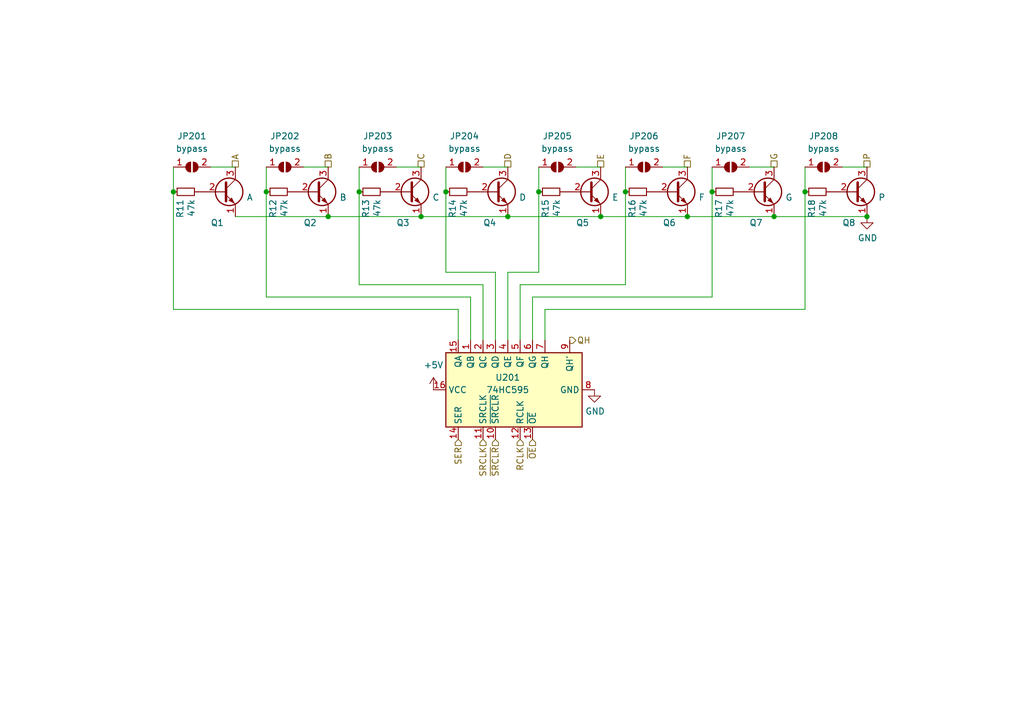
<source format=kicad_sch>
(kicad_sch (version 20230121) (generator eeschema)
  (paper "A5")
  (lib_symbols
    (symbol "74xx:74HC595"
      (property "Reference" "U" (at -7.62 13.97 0))
      (property "Value" "74HC595" (at -7.62 -16.51 0))
      (symbol "74HC595_1_0"
        (pin tri_state line (at 10.16 7.62 180) (length 2.54) (name "QB") (number "1"))
        (pin input line (at -10.16 2.54 0) (length 2.54) (name "~{SRCLR}") (number "10"))
        (pin input line (at -10.16 5.08 0) (length 2.54) (name "SRCLK") (number "11"))
        (pin input line (at -10.16 -2.54 0) (length 2.54) (name "RCLK") (number "12"))
        (pin input line (at -10.16 -5.08 0) (length 2.54) (name "~{OE}") (number "13"))
        (pin input line (at -10.16 10.16 0) (length 2.54) (name "SER") (number "14"))
        (pin tri_state line (at 10.16 10.16 180) (length 2.54) (name "QA") (number "15"))
        (pin power_in line (at 0 15.24 270) (length 2.54) (name "VCC") (number "16"))
        (pin tri_state line (at 10.16 5.08 180) (length 2.54) (name "QC") (number "2"))
        (pin tri_state line (at 10.16 2.54 180) (length 2.54) (name "QD") (number "3"))
        (pin tri_state line (at 10.16 0 180) (length 2.54) (name "QE") (number "4"))
        (pin tri_state line (at 10.16 -2.54 180) (length 2.54) (name "QF") (number "5"))
        (pin tri_state line (at 10.16 -5.08 180) (length 2.54) (name "QG") (number "6"))
        (pin tri_state line (at 10.16 -7.62 180) (length 2.54) (name "QH") (number "7"))
        (pin power_in line (at 0 -17.78 90) (length 2.54) (name "GND") (number "8"))
        (pin output line (at 10.16 -12.7 180) (length 2.54) (name "QH'") (number "9"))
      )
      (symbol "74HC595_1_1"
        (rectangle (start -7.62 12.7) (end 7.62 -15.24) (stroke (width 0.254)) (fill (type background)))
      )
    )
    (symbol "Device:Q_NPN_EBC" (pin_names (offset 0) hide)
      (property "Reference" "Q" (at 5.08 1.27 0))
      (property "Value" "Q_NPN_EBC" (at 5.08 -1.27 0))
      (symbol "Q_NPN_EBC_0_1"
        (polyline (pts (xy 0.635 0.635) (xy 2.54 2.54)))
        (polyline (pts (xy 0.635 -0.635) (xy 2.54 -2.54) (xy 2.54 -2.54)))
        (polyline (pts (xy 0.635 1.905) (xy 0.635 -1.905) (xy 0.635 -1.905)) (stroke (width 0.508)))
        (polyline (pts (xy 1.27 -1.778) (xy 1.778 -1.27) (xy 2.286 -2.286) (xy 1.27 -1.778) (xy 1.27 -1.778)) (fill (type outline)))
        (circle (center 1.27 0) (radius 2.8194) (stroke (width 0.254)))
      )
      (symbol "Q_NPN_EBC_1_1"
        (pin passive line (at 2.54 -5.08 90) (length 2.54) (name "E") (number "1"))
        (pin passive line (at -5.08 0 0) (length 5.715) (name "B") (number "2"))
        (pin passive line (at 2.54 5.08 270) (length 2.54) (name "C") (number "3"))
      )
    )
    (symbol "Device:R_Small" (pin_numbers hide) (pin_names (offset 0.254) hide)
      (property "Reference" "R" (at 0.762 0.508 0))
      (property "Value" "R_Small" (at 0.762 -1.016 0))
      (symbol "R_Small_0_1"
        (rectangle (start -0.762 1.778) (end 0.762 -1.778) (stroke (width 0.2032)))
      )
      (symbol "R_Small_1_1"
        (pin passive line (at 0 2.54 270) (length 0.762) (name "~") (number "1"))
        (pin passive line (at 0 -2.54 90) (length 0.762) (name "~") (number "2"))
      )
    )
    (symbol "Jumper:SolderJumper_2_Open" (pin_names (offset 0) hide)
      (property "Reference" "JP" (at 0 2.032 0))
      (property "Value" "SolderJumper_2_Open" (at 0 -2.54 0))
      (symbol "SolderJumper_2_Open_0_1"
        (arc (start -0.254 1.016) (mid -1.2656 0) (end -0.254 -1.016))
        (arc (start -0.254 1.016) (mid -1.2656 0) (end -0.254 -1.016) (fill (type outline)))
        (polyline (pts (xy -0.254 1.016) (xy -0.254 -1.016)))
        (polyline (pts (xy 0.254 1.016) (xy 0.254 -1.016)))
        (arc (start 0.254 -1.016) (mid 1.2656 0) (end 0.254 1.016))
        (arc (start 0.254 -1.016) (mid 1.2656 0) (end 0.254 1.016) (fill (type outline)))
      )
      (symbol "SolderJumper_2_Open_1_1"
        (pin passive line (at -3.81 0 0) (length 2.54) (name "A") (number "1"))
        (pin passive line (at 3.81 0 180) (length 2.54) (name "B") (number "2"))
      )
    )
    (symbol "power:+5V" (power) (pin_names (offset 0))
      (property "Value" "+5V" (at 0 3.556 0))
      (symbol "+5V_0_1"
        (polyline (pts (xy -0.762 1.27) (xy 0 2.54)))
        (polyline (pts (xy 0 0) (xy 0 2.54)))
        (polyline (pts (xy 0 2.54) (xy 0.762 1.27)))
      )
      (symbol "+5V_1_1"
        (pin power_in line (at 0 0 90) (length 0) hide (name "+5V") (number "1"))
      )
    )
    (symbol "power:GND" (power) (pin_names (offset 0))
      (property "Value" "GND" (at 0 -3.81 0))
      (symbol "GND_0_1"
        (polyline (pts (xy 0 0) (xy 0 -1.27) (xy 1.27 -1.27) (xy 0 -2.54) (xy -1.27 -1.27) (xy 0 -1.27)))
      )
      (symbol "GND_1_1"
        (pin power_in line (at 0 0 270) (length 0) hide (name "GND") (number "1"))
      )
    )
  )
  (junction (at 91.44 39.37))
  (junction (at 146.05 39.37))
  (junction (at 86.36 44.45))
  (junction (at 177.8 44.45))
  (junction (at 165.1 39.37))
  (junction (at 158.75 44.45))
  (junction (at 123.19 44.45))
  (junction (at 128.27 39.37))
  (junction (at 35.56 39.37))
  (junction (at 110.49 39.37))
  (junction (at 140.97 44.45))
  (junction (at 104.14 44.45))
  (junction (at 54.61 39.37))
  (junction (at 67.31 44.45))
  (junction (at 73.66 39.37))
  (wire (pts (xy 101.6 55.88) (xy 101.6 69.85)))
  (wire (pts (xy 153.67 34.29) (xy 158.75 34.29)))
  (wire (pts (xy 111.76 63.5) (xy 111.76 69.85)))
  (wire (pts (xy 109.22 60.96) (xy 109.22 69.85)))
  (wire (pts (xy 54.61 34.29) (xy 54.61 39.37)))
  (wire (pts (xy 73.66 58.42) (xy 99.06 58.42)))
  (wire (pts (xy 86.36 44.45) (xy 104.14 44.45)))
  (wire (pts (xy 91.44 39.37) (xy 91.44 55.88)))
  (wire (pts (xy 54.61 60.96) (xy 96.52 60.96)))
  (wire (pts (xy 93.98 69.85) (xy 93.98 63.5)))
  (wire (pts (xy 43.18 34.29) (xy 48.26 34.29)))
  (wire (pts (xy 146.05 34.29) (xy 146.05 39.37)))
  (wire (pts (xy 128.27 39.37) (xy 128.27 58.42)))
  (wire (pts (xy 35.56 34.29) (xy 35.56 39.37)))
  (wire (pts (xy 104.14 55.88) (xy 104.14 69.85)))
  (wire (pts (xy 81.28 34.29) (xy 86.36 34.29)))
  (wire (pts (xy 128.27 34.29) (xy 128.27 39.37)))
  (wire (pts (xy 172.72 34.29) (xy 177.8 34.29)))
  (wire (pts (xy 99.06 34.29) (xy 104.14 34.29)))
  (wire (pts (xy 109.22 60.96) (xy 146.05 60.96)))
  (wire (pts (xy 62.23 34.29) (xy 67.31 34.29)))
  (wire (pts (xy 73.66 39.37) (xy 73.66 58.42)))
  (wire (pts (xy 106.68 58.42) (xy 106.68 69.85)))
  (wire (pts (xy 128.27 58.42) (xy 106.68 58.42)))
  (wire (pts (xy 67.31 44.45) (xy 86.36 44.45)))
  (wire (pts (xy 135.89 34.29) (xy 140.97 34.29)))
  (wire (pts (xy 118.11 34.29) (xy 123.19 34.29)))
  (wire (pts (xy 73.66 34.29) (xy 73.66 39.37)))
  (wire (pts (xy 165.1 34.29) (xy 165.1 39.37)))
  (wire (pts (xy 91.44 34.29) (xy 91.44 39.37)))
  (wire (pts (xy 93.98 63.5) (xy 35.56 63.5)))
  (wire (pts (xy 158.75 44.45) (xy 177.8 44.45)))
  (wire (pts (xy 35.56 39.37) (xy 35.56 63.5)))
  (wire (pts (xy 110.49 39.37) (xy 110.49 55.88)))
  (wire (pts (xy 146.05 39.37) (xy 146.05 60.96)))
  (wire (pts (xy 140.97 44.45) (xy 158.75 44.45)))
  (wire (pts (xy 123.19 44.45) (xy 140.97 44.45)))
  (wire (pts (xy 54.61 39.37) (xy 54.61 60.96)))
  (wire (pts (xy 104.14 55.88) (xy 110.49 55.88)))
  (wire (pts (xy 104.14 44.45) (xy 123.19 44.45)))
  (wire (pts (xy 111.76 63.5) (xy 165.1 63.5)))
  (wire (pts (xy 165.1 39.37) (xy 165.1 63.5)))
  (wire (pts (xy 110.49 34.29) (xy 110.49 39.37)))
  (wire (pts (xy 91.44 55.88) (xy 101.6 55.88)))
  (wire (pts (xy 48.26 44.45) (xy 67.31 44.45)))
  (wire (pts (xy 96.52 60.96) (xy 96.52 69.85)))
  (wire (pts (xy 99.06 58.42) (xy 99.06 69.85)))
  (hierarchical_label "SRCLK" (shape input) (at 99.06 90.17 270))
  (hierarchical_label "B" (shape passive) (at 67.31 34.29 90))
  (hierarchical_label "~{SRCLR}" (shape input) (at 101.6 90.17 270))
  (hierarchical_label "E" (shape passive) (at 123.19 34.29 90))
  (hierarchical_label "QH" (shape output) (at 116.84 69.85 0))
  (hierarchical_label "D" (shape passive) (at 104.14 34.29 90))
  (hierarchical_label "G" (shape passive) (at 158.75 34.29 90))
  (hierarchical_label "RCLK" (shape input) (at 106.68 90.17 270))
  (hierarchical_label "P" (shape passive) (at 177.8 34.29 90))
  (hierarchical_label "~{OE}" (shape input) (at 109.22 90.17 270))
  (hierarchical_label "SER" (shape input) (at 93.98 90.17 270))
  (hierarchical_label "A" (shape passive) (at 48.26 34.29 90))
  (hierarchical_label "C" (shape passive) (at 86.36 34.29 90))
  (hierarchical_label "F" (shape passive) (at 140.97 34.29 90))
  (symbol (lib_id "Device:Q_NPN_EBC") (at 45.72 39.37 0) (unit 1)
    (property "Reference" "Q1" (at 43.18 45.72 0) (effects (justify left)))
    (property "Value" "A" (at 50.5714 40.513 0) (effects (justify left)))
    (property "Footprint" "Package_TO_SOT_THT:TO-92L_Inline_Wide" (effects hide))
    (instances (project "7segment" (path "" (reference "Q1") (unit 1)) (path "" (reference "Q201") (unit 1)) (path "" (reference "Q301") (unit 1))))
  )
  (symbol (lib_id "Jumper:SolderJumper_2_Open") (at 39.37 34.29 0) (unit 1)
    (property "Reference" "JP201" (at 39.37 27.94 0))
    (property "Value" "bypass" (at 39.37 30.48 0))
    (property "Footprint" "Jumper:SolderJumper-2_P1.3mm_Open_RoundedPad1.0x1.5mm" (effects hide))
    (instances (project "7segment" (path "" (reference "JP201") (unit 1)) (path "" (reference "JP301") (unit 1))))
  )
  (symbol (lib_id "Device:Q_NPN_EBC") (at 156.21 39.37 0) (unit 1)
    (property "Reference" "Q7" (at 153.67 45.72 0) (effects (justify left)))
    (property "Value" "G" (at 161.0614 40.513 0) (effects (justify left)))
    (property "Footprint" "Package_TO_SOT_THT:TO-92L_Inline_Wide" (effects hide))
    (instances (project "7segment" (path "" (reference "Q7") (unit 1)) (path "" (reference "Q207") (unit 1)) (path "" (reference "Q307") (unit 1))))
  )
  (symbol (lib_id "Jumper:SolderJumper_2_Open") (at 77.47 34.29 0) (unit 1)
    (property "Reference" "JP203" (at 77.47 27.94 0))
    (property "Value" "bypass" (at 77.47 30.48 0))
    (property "Footprint" "Jumper:SolderJumper-2_P1.3mm_Open_RoundedPad1.0x1.5mm" (effects hide))
    (instances (project "7segment" (path "" (reference "JP203") (unit 1)) (path "" (reference "JP303") (unit 1))))
  )
  (symbol (lib_id "power:+5V") (at 88.9 80.01 0) (mirror y) (unit 1)
    (property "Reference" "#PWR0201" (effects hide))
    (property "Value" "+5V" (at 88.9 74.93 0))
    (instances (project "7segment" (path "" (reference "#PWR0201") (unit 1)) (path "" (reference "#PWR0301") (unit 1))))
  )
  (symbol (lib_id "Jumper:SolderJumper_2_Open") (at 149.86 34.29 0) (unit 1)
    (property "Reference" "JP207" (at 149.86 27.94 0))
    (property "Value" "bypass" (at 149.86 30.48 0))
    (property "Footprint" "Jumper:SolderJumper-2_P1.3mm_Open_RoundedPad1.0x1.5mm" (effects hide))
    (instances (project "7segment" (path "" (reference "JP207") (unit 1)) (path "" (reference "JP307") (unit 1))))
  )
  (symbol (lib_id "Device:Q_NPN_EBC") (at 175.26 39.37 0) (unit 1)
    (property "Reference" "Q8" (at 172.72 45.72 0) (effects (justify left)))
    (property "Value" "P" (at 180.1114 40.513 0) (effects (justify left)))
    (property "Footprint" "Package_TO_SOT_THT:TO-92L_Inline_Wide" (effects hide))
    (instances (project "7segment" (path "" (reference "Q8") (unit 1)) (path "" (reference "Q208") (unit 1)) (path "" (reference "Q308") (unit 1))))
  )
  (symbol (lib_id "74xx:74HC595") (at 104.14 80.01 90) (unit 1)
    (property "Reference" "U201" (at 104.14 77.47 90))
    (property "Value" "74HC595" (at 104.14 80.01 90))
    (property "Footprint" "Package_DIP:DIP-16_W7.62mm" (effects hide))
    (property "Datasheet" "http://www.ti.com/lit/ds/symlink/sn74hc595.pdf" (effects hide))
    (instances (project "7segment" (path "" (reference "U201") (unit 1)) (path "" (reference "U301") (unit 1))))
  )
  (symbol (lib_id "Device:R_Small") (at 113.03 39.37 90) (mirror x) (unit 1)
    (property "Reference" "R15" (at 111.8616 40.8686 0) (effects (justify left)))
    (property "Value" "47k" (at 114.173 40.8686 0) (effects (justify left)))
    (property "Footprint" "Resistor_THT:R_Axial_DIN0207_L6.3mm_D2.5mm_P10.16mm_Horizontal" (effects hide))
    (instances (project "7segment" (path "" (reference "R15") (unit 1)) (path "" (reference "R205") (unit 1)) (path "" (reference "R305") (unit 1))))
  )
  (symbol (lib_id "Jumper:SolderJumper_2_Open") (at 58.42 34.29 0) (unit 1)
    (property "Reference" "JP202" (at 58.42 27.94 0))
    (property "Value" "bypass" (at 58.42 30.48 0))
    (property "Footprint" "Jumper:SolderJumper-2_P1.3mm_Open_RoundedPad1.0x1.5mm" (effects hide))
    (instances (project "7segment" (path "" (reference "JP202") (unit 1)) (path "" (reference "JP302") (unit 1))))
  )
  (symbol (lib_id "Jumper:SolderJumper_2_Open") (at 95.25 34.29 0) (unit 1)
    (property "Reference" "JP204" (at 95.25 27.94 0))
    (property "Value" "bypass" (at 95.25 30.48 0))
    (property "Footprint" "Jumper:SolderJumper-2_P1.3mm_Open_RoundedPad1.0x1.5mm" (effects hide))
    (instances (project "7segment" (path "" (reference "JP204") (unit 1)) (path "" (reference "JP304") (unit 1))))
  )
  (symbol (lib_id "Device:R_Small") (at 130.81 39.37 90) (mirror x) (unit 1)
    (property "Reference" "R16" (at 129.6416 40.8686 0) (effects (justify left)))
    (property "Value" "47k" (at 131.953 40.8686 0) (effects (justify left)))
    (property "Footprint" "Resistor_THT:R_Axial_DIN0207_L6.3mm_D2.5mm_P10.16mm_Horizontal" (effects hide))
    (instances (project "7segment" (path "" (reference "R16") (unit 1)) (path "" (reference "R206") (unit 1)) (path "" (reference "R306") (unit 1))))
  )
  (symbol (lib_id "Device:R_Small") (at 93.98 39.37 90) (mirror x) (unit 1)
    (property "Reference" "R14" (at 92.8116 40.8686 0) (effects (justify left)))
    (property "Value" "47k" (at 95.123 40.8686 0) (effects (justify left)))
    (property "Footprint" "Resistor_THT:R_Axial_DIN0207_L6.3mm_D2.5mm_P10.16mm_Horizontal" (effects hide))
    (instances (project "7segment" (path "" (reference "R14") (unit 1)) (path "" (reference "R204") (unit 1)) (path "" (reference "R304") (unit 1))))
  )
  (symbol (lib_id "Device:R_Small") (at 76.2 39.37 90) (mirror x) (unit 1)
    (property "Reference" "R13" (at 75.0316 40.8686 0) (effects (justify left)))
    (property "Value" "47k" (at 77.343 40.8686 0) (effects (justify left)))
    (property "Footprint" "Resistor_THT:R_Axial_DIN0207_L6.3mm_D2.5mm_P10.16mm_Horizontal" (effects hide))
    (instances (project "7segment" (path "" (reference "R13") (unit 1)) (path "" (reference "R203") (unit 1)) (path "" (reference "R303") (unit 1))))
  )
  (symbol (lib_id "power:GND") (at 121.92 80.01 0) (unit 1)
    (property "Reference" "#PWR01" (effects hide))
    (property "Value" "GND" (at 122.047 84.4042 0))
    (instances (project "7segment" (path "" (reference "#PWR01") (unit 1)) (path "" (reference "#PWR0202") (unit 1)) (path "" (reference "#PWR0302") (unit 1))))
  )
  (symbol (lib_id "Device:Q_NPN_EBC") (at 120.65 39.37 0) (unit 1)
    (property "Reference" "Q5" (at 118.11 45.72 0) (effects (justify left)))
    (property "Value" "E" (at 125.5014 40.513 0) (effects (justify left)))
    (property "Footprint" "Package_TO_SOT_THT:TO-92L_Inline_Wide" (effects hide))
    (instances (project "7segment" (path "" (reference "Q5") (unit 1)) (path "" (reference "Q205") (unit 1)) (path "" (reference "Q305") (unit 1))))
  )
  (symbol (lib_id "Device:Q_NPN_EBC") (at 138.43 39.37 0) (unit 1)
    (property "Reference" "Q6" (at 135.89 45.72 0) (effects (justify left)))
    (property "Value" "F" (at 143.2814 40.513 0) (effects (justify left)))
    (property "Footprint" "Package_TO_SOT_THT:TO-92L_Inline_Wide" (effects hide))
    (instances (project "7segment" (path "" (reference "Q6") (unit 1)) (path "" (reference "Q206") (unit 1)) (path "" (reference "Q306") (unit 1))))
  )
  (symbol (lib_id "Jumper:SolderJumper_2_Open") (at 132.08 34.29 0) (unit 1)
    (property "Reference" "JP206" (at 132.08 27.94 0))
    (property "Value" "bypass" (at 132.08 30.48 0))
    (property "Footprint" "Jumper:SolderJumper-2_P1.3mm_Open_RoundedPad1.0x1.5mm" (effects hide))
    (instances (project "7segment" (path "" (reference "JP206") (unit 1)) (path "" (reference "JP306") (unit 1))))
  )
  (symbol (lib_id "Device:R_Small") (at 167.64 39.37 90) (mirror x) (unit 1)
    (property "Reference" "R18" (at 166.4716 40.8686 0) (effects (justify left)))
    (property "Value" "47k" (at 168.783 40.8686 0) (effects (justify left)))
    (property "Footprint" "Resistor_THT:R_Axial_DIN0207_L6.3mm_D2.5mm_P10.16mm_Horizontal" (effects hide))
    (instances (project "7segment" (path "" (reference "R18") (unit 1)) (path "" (reference "R208") (unit 1)) (path "" (reference "R308") (unit 1))))
  )
  (symbol (lib_id "power:GND") (at 177.8 44.45 0) (unit 1)
    (property "Reference" "#PWR01" (effects hide))
    (property "Value" "GND" (at 177.927 48.8442 0))
    (instances (project "7segment" (path "" (reference "#PWR01") (unit 1)) (path "" (reference "#PWR0203") (unit 1)) (path "" (reference "#PWR0303") (unit 1))))
  )
  (symbol (lib_id "Device:Q_NPN_EBC") (at 83.82 39.37 0) (unit 1)
    (property "Reference" "Q3" (at 81.28 45.72 0) (effects (justify left)))
    (property "Value" "C" (at 88.6714 40.513 0) (effects (justify left)))
    (property "Footprint" "Package_TO_SOT_THT:TO-92L_Inline_Wide" (effects hide))
    (instances (project "7segment" (path "" (reference "Q3") (unit 1)) (path "" (reference "Q203") (unit 1)) (path "" (reference "Q303") (unit 1))))
  )
  (symbol (lib_id "Device:R_Small") (at 38.1 39.37 90) (mirror x) (unit 1)
    (property "Reference" "R11" (at 36.9316 40.8686 0) (effects (justify left)))
    (property "Value" "47k" (at 39.243 40.8686 0) (effects (justify left)))
    (property "Footprint" "Resistor_THT:R_Axial_DIN0207_L6.3mm_D2.5mm_P10.16mm_Horizontal" (effects hide))
    (instances (project "7segment" (path "" (reference "R11") (unit 1)) (path "" (reference "R201") (unit 1)) (path "" (reference "R301") (unit 1))))
  )
  (symbol (lib_id "Device:Q_NPN_EBC") (at 64.77 39.37 0) (unit 1)
    (property "Reference" "Q2" (at 62.23 45.72 0) (effects (justify left)))
    (property "Value" "B" (at 69.6214 40.513 0) (effects (justify left)))
    (property "Footprint" "Package_TO_SOT_THT:TO-92L_Inline_Wide" (effects hide))
    (instances (project "7segment" (path "" (reference "Q2") (unit 1)) (path "" (reference "Q202") (unit 1)) (path "" (reference "Q302") (unit 1))))
  )
  (symbol (lib_id "Jumper:SolderJumper_2_Open") (at 114.3 34.29 0) (unit 1)
    (property "Reference" "JP205" (at 114.3 27.94 0))
    (property "Value" "bypass" (at 114.3 30.48 0))
    (property "Footprint" "Jumper:SolderJumper-2_P1.3mm_Open_RoundedPad1.0x1.5mm" (effects hide))
    (instances (project "7segment" (path "" (reference "JP205") (unit 1)) (path "" (reference "JP305") (unit 1))))
  )
  (symbol (lib_id "Jumper:SolderJumper_2_Open") (at 168.91 34.29 0) (unit 1)
    (property "Reference" "JP208" (at 168.91 27.94 0))
    (property "Value" "bypass" (at 168.91 30.48 0))
    (property "Footprint" "Jumper:SolderJumper-2_P1.3mm_Open_RoundedPad1.0x1.5mm" (effects hide))
    (instances (project "7segment" (path "" (reference "JP208") (unit 1)) (path "" (reference "JP308") (unit 1))))
  )
  (symbol (lib_id "Device:R_Small") (at 57.15 39.37 90) (mirror x) (unit 1)
    (property "Reference" "R12" (at 55.9816 40.8686 0) (effects (justify left)))
    (property "Value" "47k" (at 58.293 40.8686 0) (effects (justify left)))
    (property "Footprint" "Resistor_THT:R_Axial_DIN0207_L6.3mm_D2.5mm_P10.16mm_Horizontal" (effects hide))
    (instances (project "7segment" (path "" (reference "R12") (unit 1)) (path "" (reference "R202") (unit 1)) (path "" (reference "R302") (unit 1))))
  )
  (symbol (lib_id "Device:Q_NPN_EBC") (at 101.6 39.37 0) (unit 1)
    (property "Reference" "Q4" (at 99.06 45.72 0) (effects (justify left)))
    (property "Value" "D" (at 106.4514 40.513 0) (effects (justify left)))
    (property "Footprint" "Package_TO_SOT_THT:TO-92L_Inline_Wide" (effects hide))
    (instances (project "7segment" (path "" (reference "Q4") (unit 1)) (path "" (reference "Q204") (unit 1)) (path "" (reference "Q304") (unit 1))))
  )
  (symbol (lib_id "Device:R_Small") (at 148.59 39.37 90) (mirror x) (unit 1)
    (property "Reference" "R17" (at 147.4216 40.8686 0) (effects (justify left)))
    (property "Value" "47k" (at 149.733 40.8686 0) (effects (justify left)))
    (property "Footprint" "Resistor_THT:R_Axial_DIN0207_L6.3mm_D2.5mm_P10.16mm_Horizontal" (effects hide))
    (instances (project "7segment" (path "" (reference "R17") (unit 1)) (path "" (reference "R207") (unit 1)) (path "" (reference "R307") (unit 1))))
  )
)
</source>
